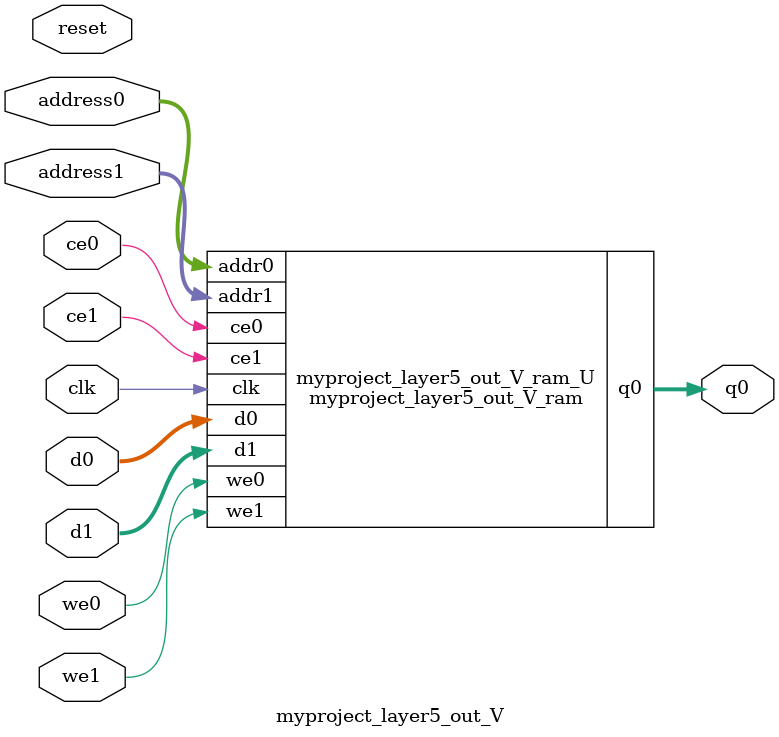
<source format=v>

`timescale 1 ns / 1 ps
module myproject_layer5_out_V_ram (addr0, ce0, d0, we0, q0, addr1, ce1, d1, we1,  clk);

parameter DWIDTH = 11;
parameter AWIDTH = 7;
parameter MEM_SIZE = 100;

input[AWIDTH-1:0] addr0;
input ce0;
input[DWIDTH-1:0] d0;
input we0;
output reg[DWIDTH-1:0] q0;
input[AWIDTH-1:0] addr1;
input ce1;
input[DWIDTH-1:0] d1;
input we1;
input clk;

(* ram_style = "block" *)reg [DWIDTH-1:0] ram[0:MEM_SIZE-1];




always @(posedge clk)  
begin 
    if (ce0) 
    begin
        if (we0) 
        begin 
            ram[addr0] <= d0; 
            q0 <= d0;
        end 
        else 
            q0 <= ram[addr0];
    end
end


always @(posedge clk)  
begin 
    if (ce1) 
    begin
        if (we1) 
        begin 
            ram[addr1] <= d1; 
        end 
    end
end


endmodule


`timescale 1 ns / 1 ps
module myproject_layer5_out_V(
    reset,
    clk,
    address0,
    ce0,
    we0,
    d0,
    q0,
    address1,
    ce1,
    we1,
    d1);

parameter DataWidth = 32'd11;
parameter AddressRange = 32'd100;
parameter AddressWidth = 32'd7;
input reset;
input clk;
input[AddressWidth - 1:0] address0;
input ce0;
input we0;
input[DataWidth - 1:0] d0;
output[DataWidth - 1:0] q0;
input[AddressWidth - 1:0] address1;
input ce1;
input we1;
input[DataWidth - 1:0] d1;



myproject_layer5_out_V_ram myproject_layer5_out_V_ram_U(
    .clk( clk ),
    .addr0( address0 ),
    .ce0( ce0 ),
    .we0( we0 ),
    .d0( d0 ),
    .q0( q0 ),
    .addr1( address1 ),
    .ce1( ce1 ),
    .we1( we1 ),
    .d1( d1 ));

endmodule


</source>
